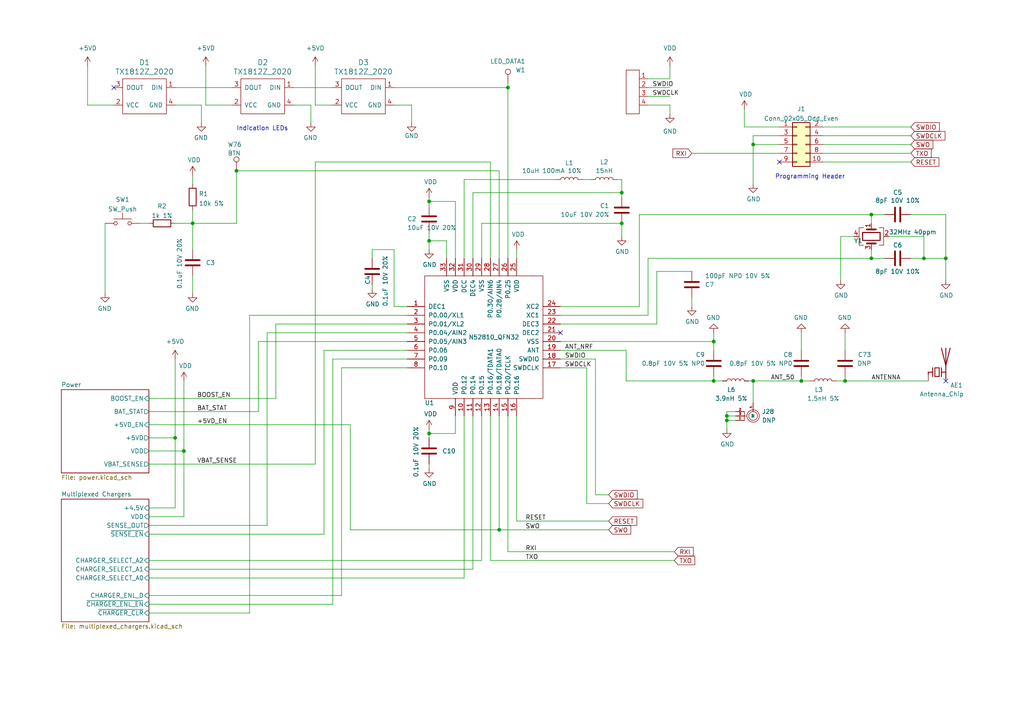
<source format=kicad_sch>
(kicad_sch (version 20211123) (generator eeschema)
  (paper "A4")
  (lib_symbols
    (symbol "Connector_Generic:Conn_02x05_Odd_Even" (pin_names (offset 1.016) hide)
      (property "Reference" "J" (at 1.27 7.62 0))
      (property "Value" "Conn_02x05_Odd_Even" (at 1.27 -7.62 0))
      (symbol "Conn_02x05_Odd_Even_1_1"
        (rectangle (start -1.27 -4.953) (end 0 -5.207) (stroke (width 0.1524)))
        (rectangle (start -1.27 -2.413) (end 0 -2.667) (stroke (width 0.1524)))
        (rectangle (start -1.27 0.127) (end 0 -0.127) (stroke (width 0.1524)))
        (rectangle (start -1.27 2.667) (end 0 2.413) (stroke (width 0.1524)))
        (rectangle (start -1.27 5.207) (end 0 4.953) (stroke (width 0.1524)))
        (rectangle (start -1.27 6.35) (end 3.81 -6.35) (stroke (width 0.254)) (fill (type background)))
        (rectangle (start 3.81 -4.953) (end 2.54 -5.207) (stroke (width 0.1524)))
        (rectangle (start 3.81 -2.413) (end 2.54 -2.667) (stroke (width 0.1524)))
        (rectangle (start 3.81 0.127) (end 2.54 -0.127) (stroke (width 0.1524)))
        (rectangle (start 3.81 2.667) (end 2.54 2.413) (stroke (width 0.1524)))
        (rectangle (start 3.81 5.207) (end 2.54 4.953) (stroke (width 0.1524)))
        (pin passive line (at -5.08 5.08 0) (length 3.81) (name "Pin_1") (number "1"))
        (pin passive line (at 7.62 -5.08 180) (length 3.81) (name "Pin_10") (number "10"))
        (pin passive line (at 7.62 5.08 180) (length 3.81) (name "Pin_2") (number "2"))
        (pin passive line (at -5.08 2.54 0) (length 3.81) (name "Pin_3") (number "3"))
        (pin passive line (at 7.62 2.54 180) (length 3.81) (name "Pin_4") (number "4"))
        (pin passive line (at -5.08 0 0) (length 3.81) (name "Pin_5") (number "5"))
        (pin passive line (at 7.62 0 180) (length 3.81) (name "Pin_6") (number "6"))
        (pin passive line (at -5.08 -2.54 0) (length 3.81) (name "Pin_7") (number "7"))
        (pin passive line (at 7.62 -2.54 180) (length 3.81) (name "Pin_8") (number "8"))
        (pin passive line (at -5.08 -5.08 0) (length 3.81) (name "Pin_9") (number "9"))
      )
    )
    (symbol "Device:Antenna_Chip" (pin_numbers hide) (pin_names (offset 1.016) hide)
      (property "Reference" "AE" (at 0 5.08 0))
      (property "Value" "Antenna_Chip" (at 0 3.175 0))
      (symbol "Antenna_Chip_0_1"
        (polyline (pts (xy -2.54 0) (xy -2.54 -0.635)) (stroke (width 0.254)))
        (polyline (pts (xy -2.54 0) (xy -1.27 0)) (stroke (width 0.254)))
        (polyline (pts (xy 1.27 0) (xy 2.54 0)) (stroke (width 0.254)))
        (polyline (pts (xy 1.27 1.27) (xy 1.27 -1.27)) (stroke (width 0.254)))
        (polyline (pts (xy 2.54 -0.635) (xy 2.54 0)))
        (polyline (pts (xy 2.54 6.985) (xy 2.54 -1.905)) (stroke (width 0.254)))
        (polyline (pts (xy -1.27 1.27) (xy -1.27 -1.27) (xy -1.27 0)) (stroke (width 0.254)))
        (polyline (pts (xy 3.81 6.985) (xy 2.54 1.905) (xy 1.27 6.985)) (stroke (width 0.254)))
        (polyline (pts (xy -0.635 1.27) (xy 0.635 1.27) (xy 0.635 -1.27) (xy -0.635 -1.27) (xy -0.635 1.27)) (stroke (width 0.254)))
      )
      (symbol "Antenna_Chip_1_1"
        (pin input line (at -2.54 -2.54 90) (length 2.54) (name "FEED") (number "1"))
        (pin passive line (at 2.54 -2.54 90) (length 2.54) (name "PCB_Trace") (number "2"))
      )
    )
    (symbol "Device:C" (pin_numbers hide) (pin_names (offset 0.254))
      (property "Reference" "C" (at 0.635 2.54 0))
      (property "Value" "C" (at 0.635 -2.54 0))
      (symbol "C_0_1"
        (polyline (pts (xy -2.032 -0.762) (xy 2.032 -0.762)) (stroke (width 0.508)))
        (polyline (pts (xy -2.032 0.762) (xy 2.032 0.762)) (stroke (width 0.508)))
      )
      (symbol "C_1_1"
        (pin passive line (at 0 3.81 270) (length 2.794) (name "~") (number "1"))
        (pin passive line (at 0 -3.81 90) (length 2.794) (name "~") (number "2"))
      )
    )
    (symbol "Device:Crystal_GND24" (pin_names (offset 1.016) hide)
      (property "Reference" "Y" (at 3.175 5.08 0))
      (property "Value" "Crystal_GND24" (at 3.175 3.175 0))
      (symbol "Crystal_GND24_0_1"
        (rectangle (start -1.143 2.54) (end 1.143 -2.54) (stroke (width 0.3048)))
        (polyline (pts (xy -2.54 0) (xy -2.032 0)))
        (polyline (pts (xy -2.032 -1.27) (xy -2.032 1.27)) (stroke (width 0.508)))
        (polyline (pts (xy 0 -3.81) (xy 0 -3.556)))
        (polyline (pts (xy 0 3.556) (xy 0 3.81)))
        (polyline (pts (xy 2.032 -1.27) (xy 2.032 1.27)) (stroke (width 0.508)))
        (polyline (pts (xy 2.032 0) (xy 2.54 0)))
        (polyline (pts (xy -2.54 -2.286) (xy -2.54 -3.556) (xy 2.54 -3.556) (xy 2.54 -2.286)))
        (polyline (pts (xy -2.54 2.286) (xy -2.54 3.556) (xy 2.54 3.556) (xy 2.54 2.286)))
      )
      (symbol "Crystal_GND24_1_1"
        (pin passive line (at -3.81 0 0) (length 1.27) (name "1") (number "1"))
        (pin passive line (at 0 5.08 270) (length 1.27) (name "2") (number "2"))
        (pin passive line (at 3.81 0 180) (length 1.27) (name "3") (number "3"))
        (pin passive line (at 0 -5.08 90) (length 1.27) (name "4") (number "4"))
      )
    )
    (symbol "Device:L" (pin_numbers hide) (pin_names (offset 1.016) hide)
      (property "Reference" "L" (at -1.27 0 90))
      (property "Value" "L" (at 1.905 0 90))
      (symbol "L_0_1"
        (arc (start 0 -2.54) (mid 0.635 -1.905) (end 0 -1.27))
        (arc (start 0 -1.27) (mid 0.635 -0.635) (end 0 0))
        (arc (start 0 0) (mid 0.635 0.635) (end 0 1.27))
        (arc (start 0 1.27) (mid 0.635 1.905) (end 0 2.54))
      )
      (symbol "L_1_1"
        (pin passive line (at 0 3.81 270) (length 1.27) (name "1") (number "1"))
        (pin passive line (at 0 -3.81 90) (length 1.27) (name "2") (number "2"))
      )
    )
    (symbol "Device:R" (pin_numbers hide) (pin_names (offset 0))
      (property "Reference" "R" (at 2.032 0 90))
      (property "Value" "R" (at 0 0 90))
      (symbol "R_0_1"
        (rectangle (start -1.016 -2.54) (end 1.016 2.54) (stroke (width 0.254)))
      )
      (symbol "R_1_1"
        (pin passive line (at 0 3.81 270) (length 1.27) (name "~") (number "1"))
        (pin passive line (at 0 -3.81 90) (length 1.27) (name "~") (number "2"))
      )
    )
    (symbol "Pixels-dice:N52810_QFN32" (pin_names (offset 1.016))
      (property "Reference" "U" (at 13.97 -19.05 0))
      (property "Value" "N52810_QFN32" (at 2.54 0 0))
      (symbol "N52810_QFN32_0_1"
        (rectangle (start -17.78 17.78) (end 16.51 -17.78))
      )
      (symbol "N52810_QFN32_1_1"
        (pin power_out line (at -22.86 8.89 0) (length 5.08) (name "DEC1") (number "1"))
        (pin bidirectional line (at -6.35 -22.86 90) (length 5.08) (name "P0.12") (number "10"))
        (pin bidirectional line (at -3.81 -22.86 90) (length 5.08) (name "P0.14") (number "11"))
        (pin bidirectional line (at -1.27 -22.86 90) (length 5.08) (name "P0.15") (number "12"))
        (pin bidirectional line (at 1.27 -22.86 90) (length 5.08) (name "P0.16/TDATA1") (number "13"))
        (pin bidirectional line (at 3.81 -22.86 90) (length 5.08) (name "P0.18/TDATA0") (number "14"))
        (pin bidirectional line (at 6.35 -22.86 90) (length 5.08) (name "P0.20/TCLK") (number "15"))
        (pin bidirectional line (at 8.89 -22.86 90) (length 5.08) (name "P0.16") (number "16"))
        (pin bidirectional line (at 21.59 -8.89 180) (length 5.08) (name "SWDCLK") (number "17"))
        (pin bidirectional line (at 21.59 -6.35 180) (length 5.08) (name "SWDIO") (number "18"))
        (pin output line (at 21.59 -3.81 180) (length 5.08) (name "ANT") (number "19"))
        (pin bidirectional line (at -22.86 6.35 0) (length 5.08) (name "P0.00/XL1") (number "2"))
        (pin output line (at 21.59 -1.27 180) (length 5.08) (name "VSS") (number "20"))
        (pin output line (at 21.59 1.27 180) (length 5.08) (name "DEC2") (number "21"))
        (pin output line (at 21.59 3.81 180) (length 5.08) (name "DEC3") (number "22"))
        (pin output line (at 21.59 6.35 180) (length 5.08) (name "XC1") (number "23"))
        (pin input line (at 21.59 8.89 180) (length 5.08) (name "XC2") (number "24"))
        (pin power_in line (at 8.89 22.86 270) (length 5.08) (name "VDD") (number "25"))
        (pin bidirectional line (at 6.35 22.86 270) (length 5.08) (name "P0.25") (number "26"))
        (pin bidirectional line (at 3.81 22.86 270) (length 5.08) (name "P0.28/AIN4") (number "27"))
        (pin bidirectional line (at 1.27 22.86 270) (length 5.08) (name "P0.30/AIN6") (number "28"))
        (pin power_in line (at -1.27 22.86 270) (length 5.08) (name "VSS") (number "29"))
        (pin bidirectional line (at -22.86 3.81 0) (length 5.08) (name "P0.01/XL2") (number "3"))
        (pin output line (at -3.81 22.86 270) (length 5.08) (name "DEC4") (number "30"))
        (pin output line (at -6.35 22.86 270) (length 5.08) (name "DCC") (number "31"))
        (pin power_in line (at -8.89 22.86 270) (length 5.08) (name "VDD") (number "32"))
        (pin power_in line (at -11.43 22.86 270) (length 5.08) (name "VSS") (number "33"))
        (pin bidirectional line (at -22.86 1.27 0) (length 5.08) (name "P0.04/AIN2") (number "4"))
        (pin bidirectional line (at -22.86 -1.27 0) (length 5.08) (name "P0.05/AIN3") (number "5"))
        (pin bidirectional line (at -22.86 -3.81 0) (length 5.08) (name "P0.06") (number "6"))
        (pin bidirectional line (at -22.86 -6.35 0) (length 5.08) (name "P0.09") (number "7"))
        (pin bidirectional line (at -22.86 -8.89 0) (length 5.08) (name "P0.10") (number "8"))
        (pin power_in line (at -8.89 -22.86 90) (length 5.08) (name "VDD") (number "9"))
      )
    )
    (symbol "Pixels-dice:TEST_1P-conn" (pin_numbers hide) (pin_names (offset 0.762) hide)
      (property "Reference" "W" (at 0 6.858 0))
      (property "Value" "TEST_1P-conn" (at 0 5.08 0))
      (symbol "TEST_1P-conn_0_1"
        (circle (center 0 3.302) (radius 0.762))
      )
      (symbol "TEST_1P-conn_1_1"
        (pin passive line (at 0 0 90) (length 2.54) (name "1") (number "1"))
      )
    )
    (symbol "Pixels-dice:TX1812Z_2020" (pin_names (offset 1.016))
      (property "Reference" "D" (at 0 -6.35 0))
      (property "Value" "TX1812Z_2020" (at 0 6.35 0))
      (symbol "TX1812Z_2020_0_1"
        (rectangle (start -6.35 5.08) (end 6.35 -5.08))
      )
      (symbol "TX1812Z_2020_1_1"
        (pin input line (at -8.89 2.54 0) (length 2.54) (name "DIN") (number "1"))
        (pin power_in line (at 8.89 -2.54 180) (length 2.54) (name "VCC") (number "2"))
        (pin output line (at 8.89 2.54 180) (length 2.54) (name "DOUT") (number "3"))
        (pin power_in line (at -8.89 -2.54 0) (length 2.54) (name "GND") (number "4"))
      )
    )
    (symbol "Pixels-dice:W.FL"
      (property "Reference" "J" (at 3.81 -1.27 0))
      (property "Value" "W.FL" (at 4.445 1.27 0))
      (symbol "W.FL_0_1"
        (polyline (pts (xy -1.27 -2.54) (xy 1.27 -2.54)))
        (polyline (pts (xy 0 -2.54) (xy 0 -1.905)))
        (circle (center 0 0) (radius 1.27))
        (circle (center 0 0) (radius 1.7961))
      )
      (symbol "W.FL_1_1"
        (pin passive line (at 1.27 -5.08 90) (length 2.54) (name "") (number "1"))
        (pin passive line (at -1.27 -5.08 90) (length 2.54) (name "") (number "2"))
        (pin passive line (at 0 -5.08 90) (length 2.54) (name "") (number "3"))
        (pin passive line (at -3.81 0 0) (length 2.54) (name "RF") (number "4"))
      )
    )
    (symbol "Pixels-dice:heard4"
      (symbol "heard4_0_1"
        (rectangle (start -3.81 6.35) (end -3.81 -6.35))
        (rectangle (start -3.81 6.35) (end 0 6.35))
        (rectangle (start 0 -6.35) (end -3.81 -6.35))
        (rectangle (start 0 6.35) (end 0 -6.35))
      )
      (symbol "heard4_1_1"
        (pin free line (at 2.54 3.81 180) (length 2.54) (name "") (number "1"))
        (pin free line (at 2.54 1.27 180) (length 2.54) (name "") (number "2"))
        (pin free line (at 2.54 -1.27 180) (length 2.54) (name "") (number "3"))
        (pin free line (at 2.54 -3.81 180) (length 2.54) (name "") (number "4"))
      )
    )
    (symbol "Switch:SW_Push" (pin_numbers hide) (pin_names (offset 1.016) hide)
      (property "Reference" "SW" (at 1.27 2.54 0))
      (property "Value" "SW_Push" (at 0 -1.524 0))
      (symbol "SW_Push_0_1"
        (circle (center -2.032 0) (radius 0.508))
        (polyline (pts (xy 0 1.27) (xy 0 3.048)))
        (polyline (pts (xy 2.54 1.27) (xy -2.54 1.27)))
        (circle (center 2.032 0) (radius 0.508))
        (pin passive line (at -5.08 0 0) (length 2.54) (name "1") (number "1"))
        (pin passive line (at 5.08 0 180) (length 2.54) (name "2") (number "2"))
      )
    )
    (symbol "power:+5VD" (power) (pin_names (offset 0))
      (property "Value" "+5VD" (at 0 3.556 0))
      (symbol "+5VD_0_1"
        (polyline (pts (xy -0.762 1.27) (xy 0 2.54)))
        (polyline (pts (xy 0 0) (xy 0 2.54)))
        (polyline (pts (xy 0 2.54) (xy 0.762 1.27)))
      )
      (symbol "+5VD_1_1"
        (pin power_in line (at 0 0 90) (length 0) hide (name "+5VD") (number "1"))
      )
    )
    (symbol "power:GND" (power) (pin_names (offset 0))
      (property "Value" "GND" (at 0 -3.81 0))
      (symbol "GND_0_1"
        (polyline (pts (xy 0 0) (xy 0 -1.27) (xy 1.27 -1.27) (xy 0 -2.54) (xy -1.27 -1.27) (xy 0 -1.27)))
      )
      (symbol "GND_1_1"
        (pin power_in line (at 0 0 270) (length 0) hide (name "GND") (number "1"))
      )
    )
    (symbol "power:VDD" (power) (pin_names (offset 0))
      (property "Value" "VDD" (at 0 3.81 0))
      (symbol "VDD_0_1"
        (polyline (pts (xy -0.762 1.27) (xy 0 2.54)))
        (polyline (pts (xy 0 0) (xy 0 2.54)))
        (polyline (pts (xy 0 2.54) (xy 0.762 1.27)))
      )
      (symbol "VDD_1_1"
        (pin power_in line (at 0 0 90) (length 0) hide (name "VDD") (number "1"))
      )
    )
  )
  (junction (at 53.34 130.81))
  (junction (at 210.82 121.92))
  (junction (at 68.58 49.53))
  (junction (at 124.46 125.73))
  (junction (at 252.73 74.93))
  (junction (at 144.78 153.67))
  (junction (at 245.11 110.49))
  (junction (at 252.73 62.23))
  (junction (at 50.8 127))
  (junction (at 55.88 64.77))
  (junction (at 124.46 69.85))
  (junction (at 147.32 25.4))
  (junction (at 274.32 74.93))
  (junction (at 267.97 74.93))
  (junction (at 207.01 99.06))
  (junction (at 180.34 64.77))
  (junction (at 124.46 58.42))
  (junction (at 218.44 110.49))
  (junction (at 232.41 110.49))
  (junction (at 218.44 41.91))
  (junction (at 210.82 120.65))
  (junction (at 207.01 110.49))
  (junction (at 180.34 55.88))
  (no_connect (at 162.56 96.52))
  (no_connect (at 274.32 110.49))
  (no_connect (at 226.06 46.99))
  (no_connect (at 33.02 25.4))
  (wire (pts (xy 74.93 99.06) (xy 118.11 99.06)))
  (wire (pts (xy 74.93 99.06) (xy 74.93 119.38)))
  (wire (pts (xy 187.96 25.4) (xy 194.31 25.4)))
  (wire (pts (xy 245.11 109.22) (xy 245.11 110.49)))
  (wire (pts (xy 55.88 50.8) (xy 55.88 53.34)))
  (wire (pts (xy 180.34 64.77) (xy 180.34 68.58)))
  (wire (pts (xy 67.31 30.48) (xy 59.69 30.48)))
  (wire (pts (xy 210.82 119.38) (xy 210.82 120.65)))
  (wire (pts (xy 180.34 52.07) (xy 180.34 55.88)))
  (wire (pts (xy 144.78 153.67) (xy 101.6 153.67)))
  (wire (pts (xy 217.17 110.49) (xy 218.44 110.49)))
  (wire (pts (xy 114.3 25.4) (xy 147.32 25.4)))
  (wire (pts (xy 58.42 30.48) (xy 58.42 35.56)))
  (wire (pts (xy 147.32 120.65) (xy 147.32 160.02)))
  (wire (pts (xy 226.06 44.45) (xy 200.66 44.45)))
  (wire (pts (xy 252.73 74.93) (xy 256.54 74.93)))
  (wire (pts (xy 207.01 99.06) (xy 207.01 101.6)))
  (wire (pts (xy 170.18 106.68) (xy 170.18 146.05)))
  (wire (pts (xy 96.52 104.14) (xy 118.11 104.14)))
  (wire (pts (xy 162.56 88.9) (xy 185.42 88.9)))
  (wire (pts (xy 68.58 64.77) (xy 68.58 49.53)))
  (wire (pts (xy 267.97 68.58) (xy 267.97 74.93)))
  (wire (pts (xy 99.06 172.72) (xy 99.06 106.68)))
  (wire (pts (xy 134.62 52.07) (xy 161.29 52.07)))
  (wire (pts (xy 232.41 110.49) (xy 234.95 110.49)))
  (wire (pts (xy 72.39 91.44) (xy 72.39 177.8)))
  (wire (pts (xy 101.6 153.67) (xy 101.6 123.19)))
  (wire (pts (xy 93.98 101.6) (xy 93.98 154.94)))
  (wire (pts (xy 91.44 46.99) (xy 142.24 46.99)))
  (wire (pts (xy 67.31 25.4) (xy 50.8 25.4)))
  (wire (pts (xy 55.88 64.77) (xy 68.58 64.77)))
  (wire (pts (xy 238.76 44.45) (xy 264.16 44.45)))
  (wire (pts (xy 172.72 143.51) (xy 176.53 143.51)))
  (wire (pts (xy 139.7 64.77) (xy 180.34 64.77)))
  (wire (pts (xy 53.34 110.49) (xy 53.34 130.81)))
  (wire (pts (xy 147.32 24.13) (xy 147.32 25.4)))
  (wire (pts (xy 194.31 19.05) (xy 194.31 22.86)))
  (wire (pts (xy 179.07 52.07) (xy 180.34 52.07)))
  (wire (pts (xy 134.62 120.65) (xy 134.62 167.64)))
  (wire (pts (xy 53.34 130.81) (xy 43.18 130.81)))
  (wire (pts (xy 50.8 104.14) (xy 50.8 127)))
  (wire (pts (xy 210.82 120.65) (xy 210.82 121.92)))
  (wire (pts (xy 187.96 30.48) (xy 194.31 30.48)))
  (wire (pts (xy 142.24 120.65) (xy 142.24 162.56)))
  (wire (pts (xy 43.18 162.56) (xy 139.7 162.56)))
  (wire (pts (xy 181.61 101.6) (xy 181.61 110.49)))
  (wire (pts (xy 162.56 106.68) (xy 170.18 106.68)))
  (wire (pts (xy 139.7 64.77) (xy 139.7 74.93)))
  (wire (pts (xy 137.16 120.65) (xy 137.16 165.1)))
  (wire (pts (xy 185.42 62.23) (xy 252.73 62.23)))
  (wire (pts (xy 50.8 147.32) (xy 50.8 127)))
  (wire (pts (xy 185.42 88.9) (xy 185.42 62.23)))
  (wire (pts (xy 59.69 19.05) (xy 59.69 30.48)))
  (wire (pts (xy 137.16 55.88) (xy 137.16 74.93)))
  (wire (pts (xy 200.66 86.36) (xy 200.66 88.9)))
  (wire (pts (xy 190.5 93.98) (xy 162.56 93.98)))
  (wire (pts (xy 181.61 110.49) (xy 207.01 110.49)))
  (wire (pts (xy 68.58 49.53) (xy 144.78 49.53)))
  (wire (pts (xy 93.98 101.6) (xy 118.11 101.6)))
  (wire (pts (xy 43.18 152.4) (xy 77.47 152.4)))
  (wire (pts (xy 218.44 39.37) (xy 218.44 41.91)))
  (wire (pts (xy 91.44 134.62) (xy 91.44 46.99)))
  (wire (pts (xy 232.41 96.52) (xy 232.41 101.6)))
  (wire (pts (xy 207.01 96.52) (xy 207.01 99.06)))
  (wire (pts (xy 55.88 60.96) (xy 55.88 64.77)))
  (wire (pts (xy 218.44 41.91) (xy 218.44 53.34)))
  (wire (pts (xy 53.34 130.81) (xy 53.34 149.86)))
  (wire (pts (xy 124.46 67.31) (xy 124.46 69.85)))
  (wire (pts (xy 180.34 55.88) (xy 137.16 55.88)))
  (wire (pts (xy 132.08 120.65) (xy 132.08 125.73)))
  (wire (pts (xy 144.78 120.65) (xy 144.78 153.67)))
  (wire (pts (xy 168.91 52.07) (xy 171.45 52.07)))
  (wire (pts (xy 134.62 74.93) (xy 134.62 52.07)))
  (wire (pts (xy 257.81 68.58) (xy 267.97 68.58)))
  (wire (pts (xy 107.95 82.55) (xy 107.95 83.82)))
  (wire (pts (xy 50.8 127) (xy 43.18 127)))
  (wire (pts (xy 114.3 72.39) (xy 107.95 72.39)))
  (wire (pts (xy 124.46 125.73) (xy 124.46 127)))
  (wire (pts (xy 162.56 99.06) (xy 207.01 99.06)))
  (wire (pts (xy 80.01 93.98) (xy 80.01 115.57)))
  (wire (pts (xy 264.16 62.23) (xy 274.32 62.23)))
  (wire (pts (xy 149.86 120.65) (xy 149.86 151.13)))
  (wire (pts (xy 238.76 46.99) (xy 264.16 46.99)))
  (wire (pts (xy 210.82 121.92) (xy 210.82 124.46)))
  (wire (pts (xy 187.96 74.93) (xy 252.73 74.93)))
  (wire (pts (xy 124.46 69.85) (xy 124.46 72.39)))
  (wire (pts (xy 147.32 160.02) (xy 195.58 160.02)))
  (wire (pts (xy 242.57 110.49) (xy 245.11 110.49)))
  (wire (pts (xy 162.56 104.14) (xy 172.72 104.14)))
  (wire (pts (xy 226.06 36.83) (xy 215.9 36.83)))
  (wire (pts (xy 58.42 30.48) (xy 50.8 30.48)))
  (wire (pts (xy 142.24 162.56) (xy 195.58 162.56)))
  (wire (pts (xy 162.56 101.6) (xy 181.61 101.6)))
  (wire (pts (xy 232.41 109.22) (xy 232.41 110.49)))
  (wire (pts (xy 72.39 91.44) (xy 118.11 91.44)))
  (wire (pts (xy 267.97 74.93) (xy 274.32 74.93)))
  (wire (pts (xy 144.78 49.53) (xy 144.78 74.93)))
  (wire (pts (xy 77.47 152.4) (xy 77.47 96.52)))
  (wire (pts (xy 124.46 58.42) (xy 124.46 59.69)))
  (wire (pts (xy 93.98 154.94) (xy 43.18 154.94)))
  (wire (pts (xy 43.18 175.26) (xy 96.52 175.26)))
  (wire (pts (xy 118.11 88.9) (xy 114.3 88.9)))
  (wire (pts (xy 124.46 134.62) (xy 124.46 135.89)))
  (wire (pts (xy 226.06 39.37) (xy 218.44 39.37)))
  (wire (pts (xy 264.16 74.93) (xy 267.97 74.93)))
  (wire (pts (xy 139.7 120.65) (xy 139.7 162.56)))
  (wire (pts (xy 107.95 72.39) (xy 107.95 74.93)))
  (wire (pts (xy 147.32 25.4) (xy 147.32 74.93)))
  (wire (pts (xy 149.86 72.39) (xy 149.86 74.93)))
  (wire (pts (xy 213.36 121.92) (xy 210.82 121.92)))
  (wire (pts (xy 91.44 19.05) (xy 91.44 30.48)))
  (wire (pts (xy 124.46 58.42) (xy 124.46 57.15)))
  (wire (pts (xy 43.18 167.64) (xy 134.62 167.64)))
  (wire (pts (xy 247.65 68.58) (xy 243.84 68.58)))
  (wire (pts (xy 194.31 30.48) (xy 194.31 33.02)))
  (wire (pts (xy 218.44 41.91) (xy 226.06 41.91)))
  (wire (pts (xy 176.53 151.13) (xy 149.86 151.13)))
  (wire (pts (xy 55.88 64.77) (xy 55.88 72.39)))
  (wire (pts (xy 243.84 68.58) (xy 243.84 81.28)))
  (wire (pts (xy 43.18 147.32) (xy 50.8 147.32)))
  (wire (pts (xy 162.56 91.44) (xy 187.96 91.44)))
  (wire (pts (xy 96.52 25.4) (xy 85.09 25.4)))
  (wire (pts (xy 218.44 110.49) (xy 218.44 116.84)))
  (wire (pts (xy 187.96 27.94) (xy 194.31 27.94)))
  (wire (pts (xy 33.02 30.48) (xy 25.4 30.48)))
  (wire (pts (xy 55.88 80.01) (xy 55.88 85.09)))
  (wire (pts (xy 80.01 93.98) (xy 118.11 93.98)))
  (wire (pts (xy 43.18 172.72) (xy 99.06 172.72)))
  (wire (pts (xy 245.11 110.49) (xy 269.24 110.49)))
  (wire (pts (xy 252.73 64.77) (xy 252.73 62.23)))
  (wire (pts (xy 274.32 62.23) (xy 274.32 74.93)))
  (wire (pts (xy 176.53 153.67) (xy 144.78 153.67)))
  (wire (pts (xy 124.46 125.73) (xy 124.46 124.46)))
  (wire (pts (xy 274.32 74.93) (xy 274.32 81.28)))
  (wire (pts (xy 50.8 64.77) (xy 55.88 64.77)))
  (wire (pts (xy 245.11 96.52) (xy 245.11 101.6)))
  (wire (pts (xy 200.66 78.74) (xy 190.5 78.74)))
  (wire (pts (xy 215.9 36.83) (xy 215.9 31.75)))
  (wire (pts (xy 96.52 104.14) (xy 96.52 175.26)))
  (wire (pts (xy 132.08 74.93) (xy 132.08 58.42)))
  (wire (pts (xy 43.18 177.8) (xy 72.39 177.8)))
  (wire (pts (xy 190.5 78.74) (xy 190.5 93.98)))
  (wire (pts (xy 30.48 64.77) (xy 30.48 85.09)))
  (wire (pts (xy 129.54 69.85) (xy 124.46 69.85)))
  (wire (pts (xy 119.38 30.48) (xy 114.3 30.48)))
  (wire (pts (xy 142.24 46.99) (xy 142.24 74.93)))
  (wire (pts (xy 96.52 30.48) (xy 91.44 30.48)))
  (wire (pts (xy 90.17 30.48) (xy 85.09 30.48)))
  (wire (pts (xy 99.06 106.68) (xy 118.11 106.68)))
  (wire (pts (xy 25.4 19.05) (xy 25.4 30.48)))
  (wire (pts (xy 119.38 30.48) (xy 119.38 35.56)))
  (wire (pts (xy 43.18 115.57) (xy 80.01 115.57)))
  (wire (pts (xy 252.73 62.23) (xy 256.54 62.23)))
  (wire (pts (xy 238.76 41.91) (xy 264.16 41.91)))
  (wire (pts (xy 213.36 120.65) (xy 210.82 120.65)))
  (wire (pts (xy 132.08 58.42) (xy 124.46 58.42)))
  (wire (pts (xy 213.36 119.38) (xy 210.82 119.38)))
  (wire (pts (xy 180.34 55.88) (xy 180.34 57.15)))
  (wire (pts (xy 114.3 88.9) (xy 114.3 72.39)))
  (wire (pts (xy 207.01 110.49) (xy 209.55 110.49)))
  (wire (pts (xy 170.18 146.05) (xy 176.53 146.05)))
  (wire (pts (xy 53.34 149.86) (xy 43.18 149.86)))
  (wire (pts (xy 40.64 64.77) (xy 43.18 64.77)))
  (wire (pts (xy 77.47 96.52) (xy 118.11 96.52)))
  (wire (pts (xy 172.72 104.14) (xy 172.72 143.51)))
  (wire (pts (xy 187.96 91.44) (xy 187.96 74.93)))
  (wire (pts (xy 238.76 39.37) (xy 264.16 39.37)))
  (wire (pts (xy 238.76 36.83) (xy 264.16 36.83)))
  (wire (pts (xy 252.73 72.39) (xy 252.73 74.93)))
  (wire (pts (xy 218.44 110.49) (xy 232.41 110.49)))
  (wire (pts (xy 207.01 109.22) (xy 207.01 110.49)))
  (wire (pts (xy 101.6 123.19) (xy 43.18 123.19)))
  (wire (pts (xy 187.96 22.86) (xy 194.31 22.86)))
  (wire (pts (xy 132.08 125.73) (xy 124.46 125.73)))
  (wire (pts (xy 129.54 74.93) (xy 129.54 69.85)))
  (wire (pts (xy 43.18 165.1) (xy 137.16 165.1)))
  (wire (pts (xy 74.93 119.38) (xy 43.18 119.38)))
  (wire (pts (xy 90.17 35.56) (xy 90.17 30.48)))
  (wire (pts (xy 43.18 134.62) (xy 91.44 134.62)))
  (text "Programming Header" (at 224.79 52.07 0) (effects (font (size 1.27 1.27)) (justify left bottom)))
  (text "Indication LEDs" (at 68.58 38.1 0) (effects (font (size 1.27 1.27)) (justify left bottom)))
  (label "ANT_50" (at 223.52 110.49 0))
  (label "+5VD_EN" (at 57.15 123.19 0))
  (label "ANTENNA" (at 252.73 110.49 0))
  (label "BOOST_EN" (at 57.15 115.57 0))
  (label "ANT_NRF" (at 163.83 101.6 0))
  (label "VBAT_SENSE" (at 57.15 134.62 0))
  (label "SWDCLK" (at 189.23 27.94 0))
  (label "TXO" (at 152.4 162.56 0))
  (label "RESET" (at 152.4 151.13 0))
  (label "SWO" (at 152.4 153.67 0))
  (label "SWDCLK" (at 163.83 106.68 0))
  (label "SWDIO" (at 163.83 104.14 0))
  (label "SWDIO" (at 189.23 25.4 0))
  (label "BAT_STAT" (at 57.15 119.38 0))
  (label "RXI" (at 152.4 160.02 0))
  (global_label "RESET" (shape input) (at 264.16 46.99 0) (property "Intersheet References" "${INTERSHEET_REFS}" (effects hide)))
  (global_label "SWDCLK" (shape input) (at 264.16 39.37 0) (property "Intersheet References" "${INTERSHEET_REFS}" (effects hide)))
  (global_label "TXO" (shape input) (at 264.16 44.45 0) (property "Intersheet References" "${INTERSHEET_REFS}" (effects hide)))
  (global_label "SWO" (shape input) (at 176.53 153.67 0) (property "Intersheet References" "${INTERSHEET_REFS}" (effects hide)))
  (global_label "SWDIO" (shape input) (at 176.53 143.51 0) (property "Intersheet References" "${INTERSHEET_REFS}" (effects hide)))
  (global_label "TXO" (shape input) (at 195.58 162.56 0) (property "Intersheet References" "${INTERSHEET_REFS}" (effects hide)))
  (global_label "RXI" (shape input) (at 195.58 160.02 0) (property "Intersheet References" "${INTERSHEET_REFS}" (effects hide)))
  (global_label "RXI" (shape input) (at 200.66 44.45 180) (property "Intersheet References" "${INTERSHEET_REFS}" (effects hide)))
  (global_label "RESET" (shape input) (at 176.53 151.13 0) (property "Intersheet References" "${INTERSHEET_REFS}" (effects hide)))
  (global_label "SWDIO" (shape input) (at 264.16 36.83 0) (property "Intersheet References" "${INTERSHEET_REFS}" (effects hide)))
  (global_label "SWO" (shape input) (at 264.16 41.91 0) (property "Intersheet References" "${INTERSHEET_REFS}" (effects hide)))
  (global_label "SWDCLK" (shape input) (at 176.53 146.05 0) (property "Intersheet References" "${INTERSHEET_REFS}" (effects hide)))
  (symbol (lib_id "power:VDD") (at 215.9 31.75 0) (unit 1)
    (property "Reference" "#PWR04" (effects hide))
    (property "Value" "VDD" (at 216.281 27.3558 0))
  )
  (symbol (lib_id "Device:L") (at 213.36 110.49 90) (unit 1)
    (property "Reference" "L6" (at 212.09 113.03 90))
    (property "Value" "3.9nH 5%" (at 212.09 115.57 90))
    (property "Footprint" "Pixels-dice:0402_RF" (effects hide))
    (property "Generic OK" "YES" (effects hide))
    (property "Manufacturer" "Murata" (effects hide))
    (property "Manufacturer Part Number" "LQG15HS3N9B02D" (effects hide))
  )
  (symbol (lib_id "power:GND") (at 30.48 85.09 0) (mirror y) (unit 1)
    (property "Reference" "#PWR015" (effects hide))
    (property "Value" "GND" (at 30.353 89.4842 0))
  )
  (symbol (lib_id "Device:C") (at 124.46 130.81 0) (unit 1)
    (property "Reference" "C10" (at 128.27 130.81 0) (effects (justify left)))
    (property "Value" "0.1uF 10V 20%" (at 120.65 138.43 90) (effects (justify left)))
    (property "Footprint" "Capacitor_SMD:C_0402_1005Metric" (effects hide))
    (property "Generic OK" "YES" (effects hide))
    (property "Manufacturer" "Murata" (effects hide))
    (property "Manufacturer Part Number" "GRM155R61H104KE19D" (effects hide))
    (property "LCSC Part Number" "C2168305" (effects hide))
  )
  (symbol (lib_id "Device:Antenna_Chip") (at 271.78 107.95 0) (unit 1)
    (property "Reference" "AE1" (at 275.59 111.76 0) (effects (justify left)))
    (property "Value" "Antenna_Chip" (at 266.7 114.3 0) (effects (justify left)))
    (property "Footprint" "Pixels-dice:CHIP_ANT" (effects hide))
    (property "Generic OK" "NO" (effects hide))
    (property "Manufacturer" "Microgate" (effects hide))
    (property "Manufacturer Part Number" "MGMA3216H2450-A02" (effects hide))
  )
  (symbol (lib_id "power:GND") (at 243.84 81.28 0) (unit 1)
    (property "Reference" "#PWR019" (effects hide))
    (property "Value" "GND" (at 243.967 85.6742 0))
  )
  (symbol (lib_id "Device:R") (at 55.88 57.15 180) (unit 1)
    (property "Reference" "R1" (at 57.658 56.2415 0) (effects (justify right)))
    (property "Value" "10k 5%" (at 57.658 59.0166 0) (effects (justify right)))
    (property "Footprint" "Resistor_SMD:R_0402_1005Metric" (effects hide))
    (property "LCSC Part Number" "C25744" (effects hide))
    (property "Manufacturer" "UNI-ROYAL(Uniroyal Elec)" (effects hide))
    (property "Manufacturer Part Number" "0402WGF1002TCE" (effects hide))
    (property "Generic OK" "YES" (effects hide))
  )
  (symbol (lib_id "Device:Crystal_GND24") (at 252.73 68.58 270) (unit 1)
    (property "Reference" "Y1" (at 247.65 69.85 90) (effects (justify left)))
    (property "Value" "32MHz 40ppm" (at 257.81 67.31 90) (effects (justify left)))
    (property "Footprint" "Pixels-dice:Crystal_SMD_2016-4Pin_2.0x1.6mm" (effects hide))
    (property "Generic OK" "YES" (effects hide))
    (property "Manufacturer" "Murata" (effects hide))
    (property "Manufacturer Part Number" "XRCGB32M000F2P00R0" (effects hide))
    (property "Pixels Part Number" "SMD-Y001" (effects hide))
    (property "LCSC Part Number" "C527602" (effects hide))
  )
  (symbol (lib_id "Pixels-dice:W.FL") (at 218.44 120.65 270) (unit 1)
    (property "Reference" "J28" (at 220.98 119.3799 90) (effects (justify left)))
    (property "Value" "DNP" (at 220.98 121.9199 90) (effects (justify left)))
    (property "Footprint" "RFFrontEnd:MFH3.RECE.20369.001E.01" (effects hide))
    (property "Generic OK" "N/A" (effects hide))
  )
  (symbol (lib_id "Device:C") (at 260.35 62.23 270) (unit 1)
    (property "Reference" "C5" (at 260.35 55.8292 90))
    (property "Value" "8pF 10V 10%" (at 260.35 58.1406 90))
    (property "Footprint" "Capacitor_SMD:C_0402_1005Metric" (effects hide))
    (property "Generic OK" "YES" (effects hide))
    (property "Pixels Part Number" "SMD-C001" (effects hide))
    (property "Manufacturer" "Murata" (effects hide))
    (property "Manufacturer Part Number" "GRT1555C2A8R0DA02" (effects hide))
    (property "LCSC Part Number" "C521082" (effects hide))
  )
  (symbol (lib_id "power:VDD") (at 124.46 124.46 0) (unit 1)
    (property "Reference" "#PWR025" (effects hide))
    (property "Value" "VDD" (at 124.8918 120.0658 0))
  )
  (symbol (lib_id "power:GND") (at 90.17 35.56 0) (mirror y) (unit 1)
    (property "Reference" "#PWR06" (effects hide))
    (property "Value" "GND" (at 90.043 39.9542 0))
  )
  (symbol (lib_id "power:GND") (at 124.46 72.39 0) (unit 1)
    (property "Reference" "#PWR012" (effects hide))
    (property "Value" "GND" (at 124.587 76.7842 0))
  )
  (symbol (lib_id "power:GND") (at 218.44 53.34 0) (unit 1)
    (property "Reference" "#PWR0101" (effects hide))
    (property "Value" "GND" (at 218.567 57.7342 0))
  )
  (symbol (lib_id "Device:C") (at 245.11 105.41 180) (unit 1)
    (property "Reference" "C73" (at 252.73 102.87 0) (effects (justify left)))
    (property "Value" "DNP" (at 252.73 105.41 0) (effects (justify left)))
    (property "Footprint" "Pixels-dice:0402_RF" (effects hide))
    (property "Generic OK" "YES" (effects hide))
    (property "Pixels Part Number" "SMD-C004" (effects hide))
  )
  (symbol (lib_id "Device:L") (at 238.76 110.49 90) (unit 1)
    (property "Reference" "L3" (at 237.49 113.03 90))
    (property "Value" "1.5nH 5%" (at 238.76 115.57 90))
    (property "Footprint" "Pixels-dice:0402_RF" (effects hide))
    (property "Generic OK" "YES" (effects hide))
    (property "Manufacturer" "Murata" (effects hide))
    (property "Manufacturer Part Number" "LQG15WZ1N5B02D" (effects hide))
  )
  (symbol (lib_id "power:VDD") (at 124.46 57.15 0) (unit 1)
    (property "Reference" "#PWR09" (effects hide))
    (property "Value" "VDD" (at 124.8918 52.7558 0))
  )
  (symbol (lib_id "power:GND") (at 245.11 96.52 180) (unit 1)
    (property "Reference" "#PWR087" (effects hide))
    (property "Value" "GND" (at 244.983 92.1258 0))
  )
  (symbol (lib_id "power:VDD") (at 55.88 50.8 0) (unit 1)
    (property "Reference" "#PWR08" (effects hide))
    (property "Value" "VDD" (at 56.3118 46.4058 0))
  )
  (symbol (lib_id "power:+5VD") (at 59.69 19.05 0) (unit 1)
    (property "Reference" "#PWR0105" (effects hide))
    (property "Value" "+5VD" (at 59.69 13.97 0))
  )
  (symbol (lib_id "Pixels-dice:TX1812Z_2020") (at 105.41 27.94 0) (mirror y) (unit 1)
    (property "Reference" "D3" (at 105.41 18.1102 0) (effects (font (size 1.524 1.524))))
    (property "Value" "TX1812Z_2020" (at 105.41 20.8026 0) (effects (font (size 1.524 1.524))))
    (property "Footprint" "Pixels-dice:TX1812Z_2020" (effects hide))
    (property "Manufacturer" "TCWIN" (effects hide))
    (property "Manufacturer Part Number" "TC2020RGB-3CJH-TX1812Z5" (effects hide))
    (property "Pixels Part Number" "SMD-D002-ALT2" (effects hide))
    (property "Generic OK" "NO" (effects hide))
    (property "LCSC Part Number" "C784564" (effects hide))
  )
  (symbol (lib_id "Device:C") (at 124.46 63.5 0) (unit 1)
    (property "Reference" "C2" (at 118.11 63.5 0) (effects (justify left)))
    (property "Value" "10uF 10V 20%" (at 118.11 66.04 0) (effects (justify left)))
    (property "Footprint" "Capacitor_SMD:C_0603_1608Metric" (effects hide))
    (property "Generic OK" "YES" (effects hide))
    (property "Pixels Part Number" "SMD-C002" (effects hide))
    (property "Manufacturer" "Murata" (effects hide))
    (property "Manufacturer Part Number" "GRM188R61A106ME69D" (effects hide))
  )
  (symbol (lib_id "Pixels-dice:TEST_1P-conn") (at 68.58 49.53 0) (unit 1)
    (property "Reference" "W76" (at 66.04 41.91 0) (effects (justify left)))
    (property "Value" "BTN" (at 66.04 44.45 0) (effects (justify left)))
    (property "Footprint" "Pixels-dice:TestPoint_1.5x1.5_Drill0.9mm" (effects hide))
  )
  (symbol (lib_id "Device:R") (at 46.99 64.77 90) (unit 1)
    (property "Reference" "R2" (at 46.99 59.7875 90))
    (property "Value" "1k 1%" (at 46.99 62.5626 90))
    (property "Footprint" "Resistor_SMD:R_0402_1005Metric" (effects hide))
    (property "LCSC Part Number" "C11702" (effects hide))
    (property "Manufacturer" "UNI-ROYAL(Uniroyal Elec)" (effects hide))
    (property "Manufacturer Part Number" "0402WGF1001TCE" (effects hide))
    (property "Generic OK" "YES" (effects hide))
  )
  (symbol (lib_id "Device:C") (at 55.88 76.2 0) (unit 1)
    (property "Reference" "C3" (at 59.69 76.2 0) (effects (justify left)))
    (property "Value" "0.1uF 10V 20%" (at 52.07 83.82 90) (effects (justify left)))
    (property "Footprint" "Capacitor_SMD:C_0402_1005Metric" (effects hide))
    (property "Generic OK" "YES" (effects hide))
    (property "Manufacturer" "Murata" (effects hide))
    (property "Manufacturer Part Number" "GRM155R61H104KE19D" (effects hide))
    (property "LCSC Part Number" "C2168305" (effects hide))
  )
  (symbol (lib_id "power:GND") (at 119.38 35.56 0) (mirror y) (unit 1)
    (property "Reference" "#PWR07" (effects hide))
    (property "Value" "GND" (at 119.38 39.37 0))
  )
  (symbol (lib_id "Device:L") (at 175.26 52.07 90) (unit 1)
    (property "Reference" "L2" (at 175.26 46.99 90))
    (property "Value" "15nH" (at 175.26 49.53 90))
    (property "Footprint" "Inductor_SMD:L_0402_1005Metric" (effects hide))
    (property "Generic OK" "YES" (effects hide))
    (property "Manufacturer" "Murata" (effects hide))
    (property "Manufacturer Part Number" "LQG15HS15NJ02D" (effects hide))
    (property "LCSC Part Number" "C87189" (effects hide))
  )
  (symbol (lib_id "power:GND") (at 200.66 88.9 0) (unit 1)
    (property "Reference" "#PWR022" (effects hide))
    (property "Value" "GND" (at 200.787 93.2942 0))
  )
  (symbol (lib_id "power:GND") (at 232.41 96.52 180) (unit 1)
    (property "Reference" "#PWR024" (effects hide))
    (property "Value" "GND" (at 232.283 92.1258 0))
  )
  (symbol (lib_id "Device:C") (at 232.41 105.41 180) (unit 1)
    (property "Reference" "C8" (at 229.87 102.87 0) (effects (justify left)))
    (property "Value" "0.8pF 10V 5% NP0" (at 229.87 105.41 0) (effects (justify left)))
    (property "Footprint" "Pixels-dice:0402_RF" (effects hide))
    (property "Generic OK" "YES" (effects hide))
    (property "Pixels Part Number" "SMD-C004" (effects hide))
    (property "Manufacturer" "Murata" (effects hide))
    (property "Manufacturer Part Number" "GJM1555C1HR80BB01" (effects hide))
  )
  (symbol (lib_id "power:VDD") (at 53.34 110.49 0) (unit 1)
    (property "Reference" "#PWR018" (effects hide))
    (property "Value" "VDD" (at 53.7718 106.0958 0))
  )
  (symbol (lib_id "Switch:SW_Push") (at 35.56 64.77 0) (mirror y) (unit 1)
    (property "Reference" "SW1" (at 35.56 57.8825 0))
    (property "Value" "SW_Push" (at 35.56 60.6576 0))
    (property "Footprint" "Pixels-dice:TSB002" (effects hide))
    (property "Manufacturer" "BZCN" (effects hide))
    (property "Manufacturer Part Number" "TSB001A3526A02" (effects hide))
    (property "LCSC Part Number" "C2888889" (effects hide))
    (property "Generic OK" "NO" (effects hide))
  )
  (symbol (lib_id "power:+5VD") (at 91.44 19.05 0) (unit 1)
    (property "Reference" "#PWR0108" (effects hide))
    (property "Value" "+5VD" (at 91.44 13.97 0))
  )
  (symbol (lib_id "Device:C") (at 207.01 105.41 180) (unit 1)
    (property "Reference" "C9" (at 204.47 102.87 0) (effects (justify left)))
    (property "Value" "0.8pF 10V 5% NP0" (at 204.47 105.41 0) (effects (justify left)))
    (property "Footprint" "Pixels-dice:0402_RF" (effects hide))
    (property "Generic OK" "YES" (effects hide))
    (property "Pixels Part Number" "SMD-C004" (effects hide))
    (property "Manufacturer" "Murata" (effects hide))
    (property "Manufacturer Part Number" "GJM1555C1HR80BB01" (effects hide))
  )
  (symbol (lib_id "Pixels-dice:heard4") (at 185.42 26.67 0) (unit 1)
    (property "Reference" "P1" (effects hide))
    (property "Value" "heard4" (effects hide))
    (property "Footprint" "Pixels-dice:4x2.54mm_SMD" (effects hide))
  )
  (symbol (lib_id "power:+5VD") (at 25.4 19.05 0) (unit 1)
    (property "Reference" "#PWR0106" (effects hide))
    (property "Value" "+5VD" (at 25.4 13.97 0))
  )
  (symbol (lib_id "power:GND") (at 58.42 35.56 0) (mirror y) (unit 1)
    (property "Reference" "#PWR05" (effects hide))
    (property "Value" "GND" (at 58.293 39.9542 0))
  )
  (symbol (lib_id "power:GND") (at 274.32 81.28 0) (unit 1)
    (property "Reference" "#PWR020" (effects hide))
    (property "Value" "GND" (at 274.447 85.6742 0))
  )
  (symbol (lib_id "Pixels-dice:N52810_QFN32") (at 140.97 97.79 0) (unit 1)
    (property "Reference" "U1" (at 123.19 116.84 0) (effects (justify left)))
    (property "Value" "N52810_QFN32" (at 135.89 97.79 0) (effects (justify left)))
    (property "Footprint" "Package_DFN_QFN:QFN-32-1EP_5x5mm_P0.5mm_EP3.1x3.1mm" (effects hide))
    (property "Generic OK" "NO" (effects hide))
    (property "Manufacturer" "Nordic Semiconductor" (effects hide))
    (property "Manufacturer Part Number" "NRF52810-QCAA-R" (effects hide))
    (property "Pixels Part Number" "SMD-U001" (effects hide))
  )
  (symbol (lib_id "power:+5VD") (at 50.8 104.14 0) (unit 1)
    (property "Reference" "#PWR0107" (effects hide))
    (property "Value" "+5VD" (at 50.8 99.06 0))
  )
  (symbol (lib_id "power:GND") (at 194.31 33.02 0) (unit 1)
    (property "Reference" "#PWR0102" (effects hide))
    (property "Value" "GND" (at 194.31 38.1 0))
  )
  (symbol (lib_id "Device:L") (at 165.1 52.07 90) (unit 1)
    (property "Reference" "L1" (at 165.1 47.244 90))
    (property "Value" "10uH 100mA 10%" (at 160.02 49.53 90))
    (property "Footprint" "Inductor_SMD:L_0805_2012Metric" (effects hide))
    (property "Generic OK" "YES" (effects hide))
    (property "Pixels Part Number" "SMD-L001" (effects hide))
    (property "Manufacturer" "Murata" (effects hide))
    (property "Manufacturer Part Number" "LQM21FN100M80L" (effects hide))
    (property "LCSC Part Number" "C223269" (effects hide))
  )
  (symbol (lib_id "power:GND") (at 55.88 85.09 0) (mirror y) (unit 1)
    (property "Reference" "#PWR016" (effects hide))
    (property "Value" "GND" (at 55.753 89.4842 0))
  )
  (symbol (lib_id "power:VDD") (at 149.86 72.39 0) (unit 1)
    (property "Reference" "#PWR013" (effects hide))
    (property "Value" "VDD" (at 150.2918 67.9958 0))
  )
  (symbol (lib_id "Device:C") (at 200.66 82.55 0) (unit 1)
    (property "Reference" "C7" (at 204.47 82.55 0) (effects (justify left)))
    (property "Value" "100pF NP0 10V 5%" (at 204.47 80.01 0) (effects (justify left)))
    (property "Footprint" "Capacitor_SMD:C_0402_1005Metric" (effects hide))
    (property "Generic OK" "YES" (effects hide))
    (property "Pixels Part Number" "SMD-C003" (effects hide))
    (property "Manufacturer" "Murata" (effects hide))
    (property "Manufacturer Part Number" "GCM1555C1H101JA16J" (effects hide))
    (property "LCSC Part Number" "C2188957" (effects hide))
  )
  (symbol (lib_id "Device:C") (at 107.95 78.74 0) (unit 1)
    (property "Reference" "C4" (at 106.68 82.55 90) (effects (justify left)))
    (property "Value" "0.1uF 10V 20%" (at 111.76 88.9 90) (effects (justify left)))
    (property "Footprint" "Capacitor_SMD:C_0402_1005Metric" (effects hide))
    (property "Generic OK" "YES" (effects hide))
    (property "Manufacturer" "Murata" (effects hide))
    (property "Manufacturer Part Number" "GRM155R61H104KE19D" (effects hide))
    (property "LCSC Part Number" "C2168305" (effects hide))
  )
  (symbol (lib_id "Pixels-dice:TX1812Z_2020") (at 41.91 27.94 0) (mirror y) (unit 1)
    (property "Reference" "D1" (at 41.91 18.1102 0) (effects (font (size 1.524 1.524))))
    (property "Value" "TX1812Z_2020" (at 41.91 20.8026 0) (effects (font (size 1.524 1.524))))
    (property "Footprint" "Pixels-dice:TX1812Z_2020" (effects hide))
    (property "Manufacturer" "TCWIN" (effects hide))
    (property "Manufacturer Part Number" "TC2020RGB-3CJH-TX1812Z5" (effects hide))
    (property "Pixels Part Number" "SMD-D002-ALT2" (effects hide))
    (property "Generic OK" "NO" (effects hide))
    (property "LCSC Part Number" "C784564" (effects hide))
  )
  (symbol (lib_id "Connector_Generic:Conn_02x05_Odd_Even") (at 231.14 41.91 0) (unit 1)
    (property "Reference" "J1" (at 232.41 31.5935 0))
    (property "Value" "Conn_02x05_Odd_Even" (at 232.41 34.3686 0))
    (property "Footprint" "Connector_PinHeader_1.27mm:PinHeader_2x05_P1.27mm_Vertical_SMD" (effects hide))
    (property "LCSC Part Number" "C2962219" (effects hide))
    (property "Manufacturer" "XKB Connectivity" (effects hide))
    (property "Manufacturer Part Number" "X1270WVS-2x05B-6TV01" (effects hide))
    (property "Generic OK" "YES" (effects hide))
  )
  (symbol (lib_id "power:GND") (at 210.82 124.46 0) (unit 1)
    (property "Reference" "#PWR023" (effects hide))
    (property "Value" "GND" (at 210.947 128.8542 0))
  )
  (symbol (lib_id "power:GND") (at 124.46 135.89 0) (unit 1)
    (property "Reference" "#PWR026" (effects hide))
    (property "Value" "GND" (at 124.587 140.2842 0))
  )
  (symbol (lib_id "power:GND") (at 107.95 83.82 0) (unit 1)
    (property "Reference" "#PWR014" (effects hide))
    (property "Value" "GND" (at 108.077 88.2142 0))
  )
  (symbol (lib_id "Device:C") (at 260.35 74.93 270) (unit 1)
    (property "Reference" "C6" (at 260.35 71.12 90))
    (property "Value" "8pF 10V 10%" (at 260.35 78.74 90))
    (property "Footprint" "Capacitor_SMD:C_0402_1005Metric" (effects hide))
    (property "Generic OK" "YES" (effects hide))
    (property "Pixels Part Number" "SMD-C001" (effects hide))
    (property "Manufacturer" "Murata" (effects hide))
    (property "Manufacturer Part Number" "GRT1555C2A8R0DA02" (effects hide))
    (property "LCSC Part Number" "C521082" (effects hide))
  )
  (symbol (lib_id "power:GND") (at 180.34 68.58 0) (unit 1)
    (property "Reference" "#PWR011" (effects hide))
    (property "Value" "GND" (at 180.467 72.9742 0))
  )
  (symbol (lib_id "power:VDD") (at 194.31 19.05 0) (unit 1)
    (property "Reference" "#PWR0103" (effects hide))
    (property "Value" "VDD" (at 194.31 13.97 0))
  )
  (symbol (lib_id "power:GND") (at 207.01 96.52 180) (unit 1)
    (property "Reference" "#PWR021" (effects hide))
    (property "Value" "GND" (at 206.883 92.1258 0))
  )
  (symbol (lib_id "Device:C") (at 180.34 60.96 0) (unit 1)
    (property "Reference" "C1" (at 173.99 59.69 0) (effects (justify left)))
    (property "Value" "10uF 10V 20%" (at 162.56 62.23 0) (effects (justify left)))
    (property "Footprint" "Capacitor_SMD:C_0603_1608Metric" (effects hide))
    (property "Generic OK" "YES" (effects hide))
    (property "Pixels Part Number" "SMD-C002" (effects hide))
    (property "Manufacturer" "Murata" (effects hide))
    (property "Manufacturer Part Number" "GRM188R61A106ME69D" (effects hide))
  )
  (symbol (lib_id "Pixels-dice:TEST_1P-conn") (at 147.32 24.13 0) (mirror y) (unit 1)
    (property "Reference" "W1" (at 152.4 20.32 0) (effects (justify left)))
    (property "Value" "LED_DATA1" (at 152.4 17.78 0) (effects (justify left)))
    (property "Footprint" "Pixels-dice:TestPoint_1.5x1.5_Drill0.9mm" (effects hide))
  )
  (symbol (lib_id "Pixels-dice:TX1812Z_2020") (at 76.2 27.94 0) (mirror y) (unit 1)
    (property "Reference" "D2" (at 76.2 18.1102 0) (effects (font (size 1.524 1.524))))
    (property "Value" "TX1812Z_2020" (at 76.2 20.8026 0) (effects (font (size 1.524 1.524))))
    (property "Footprint" "Pixels-dice:TX1812Z_2020" (effects hide))
    (property "Manufacturer" "TCWIN" (effects hide))
    (property "Manufacturer Part Number" "TC2020RGB-3CJH-TX1812Z5" (effects hide))
    (property "Pixels Part Number" "SMD-D002-ALT2" (effects hide))
    (property "Generic OK" "NO" (effects hide))
    (property "LCSC Part Number" "C784564" (effects hide))
  )
  (sheet (at 17.78 144.78) (size 25.4 35.56) (stroke (width 0.1524))
    (property "Sheet name" "Multiplexed Chargers" (at 17.78 144.0684 0) (effects (justify left bottom)))
    (property "Sheet file" "multiplexed_chargers.kicad_sch" (at 17.78 180.9246 0) (effects (justify left top)))
    (pin "SENSE_OUT" output (at 43.18 152.4 0))
    (pin "~{CHARGER_ENL_EN}" input (at 43.18 175.26 0))
    (pin "CHARGER_ENL_D" input (at 43.18 172.72 0))
    (pin "CHARGER_SELECT_A2" input (at 43.18 162.56 0))
    (pin "CHARGER_SELECT_A1" input (at 43.18 165.1 0))
    (pin "CHARGER_SELECT_A0" input (at 43.18 167.64 0))
    (pin "VDD" input (at 43.18 149.86 0))
    (pin "+4.5V" input (at 43.18 147.32 0))
    (pin "~{SENSE_EN}" input (at 43.18 154.94 0))
    (pin "~{CHARGER_CLR}" input (at 43.18 177.8 0))
  )
  (sheet (at 17.78 113.03) (size 25.4 24.13) (stroke (width 0.1524))
    (property "Sheet name" "Power" (at 17.78 112.3184 0) (effects (justify left bottom)))
    (property "Sheet file" "power.kicad_sch" (at 17.78 137.7446 0) (effects (justify left top)))
    (pin "VDD" output (at 43.18 130.81 0))
    (pin "VBAT_SENSE" output (at 43.18 134.62 0))
    (pin "BAT_STAT" output (at 43.18 119.38 0))
    (pin "BOOST_EN" input (at 43.18 115.57 0))
    (pin "+5VD_EN" input (at 43.18 123.19 0))
    (pin "+5VD" output (at 43.18 127 0))
  )
)
</source>
